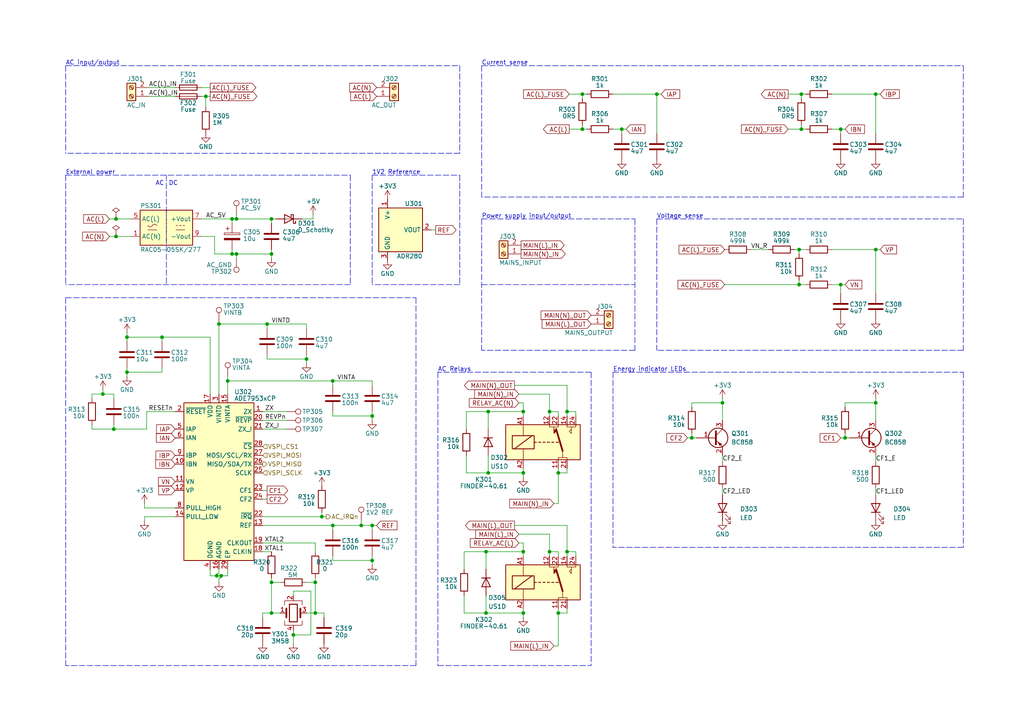
<source format=kicad_sch>
(kicad_sch (version 20211123) (generator eeschema)
  (paper "A4")
  (title_block (title "AC Input / Power Sense") (company "Achim Vandierendonck") (comment 1 "the (external) LED power supply.") (comment 2 "It will also provide the input/output of the relays to turn on/off") (comment 3 "This will provide the always on AC input and generate 5V from it."))
  (junction (at 151.765 160.02))
  (junction (at 254 27.305))
  (junction (at 245.11 127))
  (junction (at 78.74 63.5))
  (junction (at 104.775 152.4))
  (junction (at 159.385 119.38))
  (junction (at 29.845 114.3))
  (junction (at 77.47 93.98))
  (junction (at 200.66 127))
  (junction (at 107.95 120.65))
  (junction (at 151.765 137.16))
  (junction (at 209.55 116.84))
  (junction (at 151.765 177.8))
  (junction (at 33.02 124.46))
  (junction (at 168.91 37.465))
  (junction (at 164.465 119.38))
  (junction (at 232.41 27.305))
  (junction (at 168.91 27.305))
  (junction (at 88.9 104.14))
  (junction (at 190.5 27.305))
  (junction (at 85.09 184.15))
  (junction (at 33.655 63.5))
  (junction (at 36.83 107.95))
  (junction (at 93.345 149.86))
  (junction (at 141.605 137.16))
  (junction (at 91.44 168.91))
  (junction (at 36.83 97.79))
  (junction (at 78.74 177.8))
  (junction (at 91.44 177.8))
  (junction (at 161.925 177.8))
  (junction (at 141.605 119.38))
  (junction (at 59.69 27.94))
  (junction (at 33.655 68.58))
  (junction (at 64.135 167.005))
  (junction (at 243.84 37.465))
  (junction (at 68.58 63.5))
  (junction (at 161.925 137.16))
  (junction (at 254 72.39))
  (junction (at 243.84 82.55))
  (junction (at 164.465 160.02))
  (junction (at 151.765 119.38))
  (junction (at 63.5 93.98))
  (junction (at 254 116.84))
  (junction (at 140.97 160.02))
  (junction (at 78.74 73.66))
  (junction (at 107.95 152.4))
  (junction (at 159.385 160.02))
  (junction (at 66.04 110.49))
  (junction (at 96.52 110.49))
  (junction (at 107.95 162.56))
  (junction (at 67.31 63.5))
  (junction (at 140.97 177.8))
  (junction (at 232.41 37.465))
  (junction (at 231.775 82.55))
  (junction (at 231.775 72.39))
  (junction (at 78.74 168.91))
  (junction (at 46.99 97.79))
  (junction (at 68.58 73.66))
  (junction (at 180.34 37.465))
  (junction (at 96.52 152.4))
  (junction (at 67.31 73.66))
  (junction (at 62.865 167.005))
  (wire (pts (xy 26.67 114.3) (xy 29.845 114.3)))
  (wire (pts (xy 164.465 119.38) (xy 167.005 119.38)))
  (wire (pts (xy 228.6 27.305) (xy 232.41 27.305)))
  (wire (pts (xy 159.385 114.3) (xy 150.495 114.3)))
  (polyline (pts (xy 139.7 19.05) (xy 139.7 57.15)))
  (wire (pts (xy 231.775 72.39) (xy 230.505 72.39)))
  (wire (pts (xy 161.925 160.02) (xy 161.925 161.29)))
  (wire (pts (xy 109.22 152.4) (xy 107.95 152.4)))
  (wire (pts (xy 91.44 177.8) (xy 93.98 177.8)))
  (wire (pts (xy 63.5 93.218) (xy 63.5 93.98)))
  (wire (pts (xy 161.925 135.89) (xy 161.925 137.16)))
  (wire (pts (xy 85.09 182.88) (xy 85.09 184.15)))
  (wire (pts (xy 140.97 177.8) (xy 140.97 172.72)))
  (wire (pts (xy 135.255 124.46) (xy 135.255 119.38)))
  (polyline (pts (xy 133.35 44.45) (xy 19.05 44.45)))
  (wire (pts (xy 88.9 177.8) (xy 91.44 177.8)))
  (polyline (pts (xy 184.15 63.5) (xy 184.15 101.6)))
  (wire (pts (xy 59.69 27.94) (xy 60.96 27.94)))
  (wire (pts (xy 161.925 177.8) (xy 161.925 187.325)))
  (wire (pts (xy 64.135 167.005) (xy 64.135 167.64)))
  (wire (pts (xy 78.74 63.5) (xy 68.58 63.5)))
  (polyline (pts (xy 139.7 63.5) (xy 184.15 63.5)))
  (wire (pts (xy 150.495 154.94) (xy 159.385 154.94)))
  (wire (pts (xy 33.02 114.3) (xy 33.02 115.57)))
  (wire (pts (xy 93.98 177.8) (xy 93.98 179.07)))
  (wire (pts (xy 134.62 160.02) (xy 140.97 160.02)))
  (wire (pts (xy 76.2 142.24) (xy 77.47 142.24)))
  (wire (pts (xy 180.34 37.465) (xy 177.8 37.465)))
  (wire (pts (xy 228.6 37.465) (xy 232.41 37.465)))
  (wire (pts (xy 200.66 118.11) (xy 200.66 116.84)))
  (polyline (pts (xy 133.35 19.05) (xy 133.35 44.45)))
  (wire (pts (xy 78.74 167.64) (xy 78.74 168.91)))
  (wire (pts (xy 164.465 160.02) (xy 167.005 160.02)))
  (wire (pts (xy 76.2 177.8) (xy 78.74 177.8)))
  (wire (pts (xy 140.97 160.02) (xy 151.765 160.02)))
  (wire (pts (xy 151.765 176.53) (xy 151.765 177.8)))
  (wire (pts (xy 60.96 97.79) (xy 60.96 114.3)))
  (wire (pts (xy 63.5 166.37) (xy 62.865 166.37)))
  (wire (pts (xy 107.95 121.92) (xy 107.95 120.65)))
  (polyline (pts (xy 19.05 19.05) (xy 133.35 19.05)))
  (wire (pts (xy 161.925 119.38) (xy 161.925 120.65)))
  (wire (pts (xy 66.04 109.22) (xy 66.04 110.49)))
  (wire (pts (xy 77.47 104.14) (xy 77.47 102.87)))
  (polyline (pts (xy 190.5 63.5) (xy 279.4 63.5)))
  (wire (pts (xy 90.17 184.15) (xy 85.09 184.15)))
  (polyline (pts (xy 139.7 19.05) (xy 279.4 19.05)))
  (wire (pts (xy 159.385 160.02) (xy 161.925 160.02)))
  (wire (pts (xy 141.605 137.16) (xy 135.255 137.16)))
  (wire (pts (xy 62.865 166.37) (xy 62.865 167.005)))
  (wire (pts (xy 50.8 147.32) (xy 41.91 147.32)))
  (wire (pts (xy 168.91 37.465) (xy 170.18 37.465)))
  (wire (pts (xy 254 27.305) (xy 255.27 27.305)))
  (polyline (pts (xy 19.05 19.05) (xy 19.05 44.45)))
  (wire (pts (xy 67.31 73.66) (xy 67.31 72.39)))
  (wire (pts (xy 85.09 171.45) (xy 90.17 171.45)))
  (wire (pts (xy 149.225 152.4) (xy 164.465 152.4)))
  (wire (pts (xy 161.925 177.8) (xy 164.465 177.8)))
  (wire (pts (xy 254 27.305) (xy 254 38.735)))
  (wire (pts (xy 134.62 172.72) (xy 134.62 177.8)))
  (wire (pts (xy 33.655 67.945) (xy 33.655 68.58)))
  (wire (pts (xy 93.345 148.59) (xy 93.345 149.86)))
  (wire (pts (xy 36.83 109.22) (xy 36.83 107.95)))
  (wire (pts (xy 33.655 63.5) (xy 38.1 63.5)))
  (wire (pts (xy 141.605 137.16) (xy 141.605 132.08)))
  (wire (pts (xy 107.95 163.83) (xy 107.95 162.56)))
  (wire (pts (xy 76.2 149.86) (xy 93.345 149.86)))
  (wire (pts (xy 29.845 113.03) (xy 29.845 114.3)))
  (wire (pts (xy 33.02 124.46) (xy 42.545 124.46)))
  (polyline (pts (xy 139.7 63.5) (xy 139.7 101.6)))
  (polyline (pts (xy 177.8 107.95) (xy 279.4 107.95)))
  (wire (pts (xy 231.775 72.39) (xy 233.68 72.39)))
  (wire (pts (xy 107.95 152.4) (xy 104.775 152.4)))
  (wire (pts (xy 135.255 119.38) (xy 141.605 119.38)))
  (wire (pts (xy 231.775 82.55) (xy 231.775 81.28)))
  (polyline (pts (xy 19.05 86.36) (xy 19.05 193.04)))
  (wire (pts (xy 78.74 160.02) (xy 76.2 160.02)))
  (wire (pts (xy 62.865 167.005) (xy 64.135 167.005)))
  (wire (pts (xy 254 72.39) (xy 255.27 72.39)))
  (wire (pts (xy 164.465 111.76) (xy 164.465 119.38)))
  (polyline (pts (xy 190.5 63.5) (xy 190.5 101.6)))
  (wire (pts (xy 78.74 177.8) (xy 81.28 177.8)))
  (wire (pts (xy 68.58 63.5) (xy 67.31 63.5)))
  (wire (pts (xy 231.775 82.55) (xy 233.68 82.55)))
  (wire (pts (xy 63.5 165.1) (xy 63.5 166.37)))
  (wire (pts (xy 241.3 27.305) (xy 254 27.305)))
  (wire (pts (xy 68.58 73.66) (xy 78.74 73.66)))
  (wire (pts (xy 76.2 157.48) (xy 91.44 157.48)))
  (polyline (pts (xy 107.95 50.8) (xy 107.95 82.55)))
  (wire (pts (xy 33.02 124.46) (xy 33.02 123.19)))
  (wire (pts (xy 245.11 118.11) (xy 245.11 116.84)))
  (wire (pts (xy 246.38 127) (xy 245.11 127)))
  (wire (pts (xy 31.75 68.58) (xy 33.655 68.58)))
  (wire (pts (xy 85.09 184.15) (xy 85.09 186.69)))
  (wire (pts (xy 29.845 114.3) (xy 33.02 114.3)))
  (polyline (pts (xy 101.6 82.55) (xy 19.05 82.55)))
  (wire (pts (xy 243.84 37.465) (xy 241.3 37.465)))
  (wire (pts (xy 68.58 62.23) (xy 68.58 63.5)))
  (wire (pts (xy 76.2 144.78) (xy 77.47 144.78)))
  (wire (pts (xy 41.91 151.13) (xy 41.91 149.86)))
  (wire (pts (xy 96.52 152.4) (xy 76.2 152.4)))
  (wire (pts (xy 245.11 116.84) (xy 254 116.84)))
  (wire (pts (xy 36.83 97.79) (xy 36.83 99.06)))
  (wire (pts (xy 160.655 187.325) (xy 161.925 187.325)))
  (wire (pts (xy 168.91 27.305) (xy 168.91 28.575)))
  (wire (pts (xy 164.465 161.29) (xy 164.465 160.02)))
  (wire (pts (xy 165.1 37.465) (xy 168.91 37.465)))
  (wire (pts (xy 36.83 97.79) (xy 46.99 97.79)))
  (wire (pts (xy 190.5 27.305) (xy 191.77 27.305)))
  (polyline (pts (xy 120.65 86.36) (xy 120.65 193.04)))
  (wire (pts (xy 200.66 116.84) (xy 209.55 116.84)))
  (wire (pts (xy 231.775 72.39) (xy 231.775 73.66)))
  (wire (pts (xy 96.52 162.56) (xy 96.52 161.29)))
  (wire (pts (xy 67.31 64.77) (xy 67.31 63.5)))
  (wire (pts (xy 151.765 160.02) (xy 151.765 161.29)))
  (polyline (pts (xy 48.26 50.8) (xy 48.26 82.55)))
  (wire (pts (xy 243.84 38.735) (xy 243.84 37.465)))
  (wire (pts (xy 161.925 137.16) (xy 161.925 146.05)))
  (wire (pts (xy 26.67 124.46) (xy 33.02 124.46)))
  (wire (pts (xy 232.41 27.305) (xy 233.68 27.305)))
  (wire (pts (xy 59.69 27.94) (xy 59.69 31.115)))
  (wire (pts (xy 63.5 167.64) (xy 64.135 167.64)))
  (wire (pts (xy 76.2 121.92) (xy 83.185 121.92)))
  (wire (pts (xy 60.96 167.005) (xy 62.865 167.005)))
  (wire (pts (xy 96.52 152.4) (xy 96.52 153.67)))
  (polyline (pts (xy 127 107.95) (xy 127 193.04)))
  (wire (pts (xy 134.62 177.8) (xy 140.97 177.8)))
  (wire (pts (xy 31.75 63.5) (xy 33.655 63.5)))
  (wire (pts (xy 159.385 114.3) (xy 159.385 119.38)))
  (wire (pts (xy 241.3 72.39) (xy 254 72.39)))
  (wire (pts (xy 88.9 104.14) (xy 88.9 102.87)))
  (wire (pts (xy 36.83 96.52) (xy 36.83 97.79)))
  (wire (pts (xy 243.84 82.55) (xy 241.3 82.55)))
  (wire (pts (xy 134.62 165.1) (xy 134.62 160.02)))
  (polyline (pts (xy 120.65 193.04) (xy 19.05 193.04)))
  (wire (pts (xy 26.67 123.19) (xy 26.67 124.46)))
  (wire (pts (xy 180.34 38.735) (xy 180.34 37.465)))
  (wire (pts (xy 210.185 82.55) (xy 231.775 82.55)))
  (wire (pts (xy 60.96 165.1) (xy 60.96 167.005)))
  (wire (pts (xy 62.23 73.66) (xy 67.31 73.66)))
  (wire (pts (xy 36.83 107.95) (xy 46.99 107.95)))
  (wire (pts (xy 83.185 119.38) (xy 76.2 119.38)))
  (polyline (pts (xy 279.4 19.05) (xy 279.4 57.15)))
  (polyline (pts (xy 19.05 50.8) (xy 101.6 50.8)))
  (wire (pts (xy 78.74 73.66) (xy 78.74 72.39)))
  (wire (pts (xy 41.91 149.86) (xy 50.8 149.86)))
  (wire (pts (xy 66.04 165.1) (xy 66.04 167.005)))
  (polyline (pts (xy 279.4 101.6) (xy 190.5 101.6)))
  (wire (pts (xy 66.04 110.49) (xy 66.04 114.3)))
  (wire (pts (xy 91.44 157.48) (xy 91.44 160.02)))
  (wire (pts (xy 42.545 124.46) (xy 42.545 119.38)))
  (wire (pts (xy 151.765 137.16) (xy 141.605 137.16)))
  (wire (pts (xy 63.5 93.98) (xy 77.47 93.98)))
  (wire (pts (xy 77.47 104.14) (xy 88.9 104.14)))
  (wire (pts (xy 58.42 25.4) (xy 60.96 25.4)))
  (wire (pts (xy 91.44 168.91) (xy 91.44 177.8)))
  (wire (pts (xy 151.765 116.84) (xy 151.765 119.38)))
  (wire (pts (xy 190.5 27.305) (xy 190.5 38.735)))
  (wire (pts (xy 140.97 165.1) (xy 140.97 160.02)))
  (wire (pts (xy 161.925 176.53) (xy 161.925 177.8)))
  (polyline (pts (xy 184.15 101.6) (xy 139.7 101.6)))
  (wire (pts (xy 209.55 132.08) (xy 209.55 133.985)))
  (wire (pts (xy 254 141.605) (xy 254 143.51)))
  (wire (pts (xy 42.545 119.38) (xy 50.8 119.38)))
  (wire (pts (xy 63.5 93.98) (xy 63.5 114.3)))
  (wire (pts (xy 78.74 64.77) (xy 78.74 63.5)))
  (wire (pts (xy 26.67 115.57) (xy 26.67 114.3)))
  (wire (pts (xy 159.385 119.38) (xy 161.925 119.38)))
  (wire (pts (xy 96.52 120.65) (xy 96.52 119.38)))
  (wire (pts (xy 168.91 27.305) (xy 170.18 27.305)))
  (wire (pts (xy 254 132.08) (xy 254 133.985)))
  (wire (pts (xy 160.655 146.05) (xy 161.925 146.05)))
  (wire (pts (xy 77.47 93.98) (xy 77.47 95.25)))
  (wire (pts (xy 78.74 63.5) (xy 80.01 63.5)))
  (wire (pts (xy 78.74 74.93) (xy 78.74 73.66)))
  (wire (pts (xy 243.84 127) (xy 245.11 127)))
  (wire (pts (xy 161.925 137.16) (xy 164.465 137.16)))
  (wire (pts (xy 159.385 120.65) (xy 159.385 119.38)))
  (wire (pts (xy 164.465 177.8) (xy 164.465 176.53)))
  (wire (pts (xy 78.74 168.91) (xy 78.74 177.8)))
  (wire (pts (xy 151.765 138.43) (xy 151.765 137.16)))
  (wire (pts (xy 67.31 73.66) (xy 68.58 73.66)))
  (wire (pts (xy 91.44 167.64) (xy 91.44 168.91)))
  (polyline (pts (xy 133.35 50.8) (xy 133.35 82.55)))
  (wire (pts (xy 245.11 125.73) (xy 245.11 127)))
  (wire (pts (xy 243.84 85.09) (xy 243.84 82.55)))
  (wire (pts (xy 93.345 149.86) (xy 94.615 149.86)))
  (wire (pts (xy 63.5 168.91) (xy 63.5 167.64)))
  (wire (pts (xy 164.465 120.65) (xy 164.465 119.38)))
  (wire (pts (xy 151.765 119.38) (xy 141.605 119.38)))
  (wire (pts (xy 243.84 82.55) (xy 245.11 82.55)))
  (polyline (pts (xy 19.05 86.36) (xy 120.65 86.36)))
  (wire (pts (xy 135.255 137.16) (xy 135.255 132.08)))
  (wire (pts (xy 46.99 107.95) (xy 46.99 106.68)))
  (wire (pts (xy 141.605 119.38) (xy 141.605 124.46)))
  (wire (pts (xy 66.04 110.49) (xy 96.52 110.49)))
  (wire (pts (xy 164.465 137.16) (xy 164.465 135.89)))
  (wire (pts (xy 232.41 37.465) (xy 233.68 37.465)))
  (wire (pts (xy 151.765 157.48) (xy 150.495 157.48)))
  (wire (pts (xy 151.765 120.65) (xy 151.765 119.38)))
  (wire (pts (xy 254 72.39) (xy 254 85.09)))
  (wire (pts (xy 199.39 127) (xy 200.66 127)))
  (wire (pts (xy 167.005 160.02) (xy 167.005 161.29)))
  (wire (pts (xy 209.55 141.605) (xy 209.55 143.51)))
  (wire (pts (xy 151.765 177.8) (xy 140.97 177.8)))
  (wire (pts (xy 46.99 97.79) (xy 46.99 99.06)))
  (wire (pts (xy 43.18 27.94) (xy 50.8 27.94)))
  (wire (pts (xy 107.95 162.56) (xy 107.95 161.29)))
  (wire (pts (xy 168.91 36.195) (xy 168.91 37.465)))
  (polyline (pts (xy 279.4 107.95) (xy 279.4 158.75)))
  (wire (pts (xy 96.52 110.49) (xy 96.52 111.76)))
  (wire (pts (xy 165.1 27.305) (xy 168.91 27.305)))
  (wire (pts (xy 96.52 120.65) (xy 107.95 120.65)))
  (wire (pts (xy 58.42 63.5) (xy 67.31 63.5)))
  (wire (pts (xy 96.52 162.56) (xy 107.95 162.56)))
  (wire (pts (xy 90.17 171.45) (xy 90.17 184.15)))
  (polyline (pts (xy 101.6 50.8) (xy 101.6 82.55)))
  (polyline (pts (xy 177.8 107.95) (xy 177.8 158.75)))
  (wire (pts (xy 200.66 125.73) (xy 200.66 127)))
  (polyline (pts (xy 107.95 50.8) (xy 133.35 50.8)))
  (polyline (pts (xy 279.4 63.5) (xy 279.4 101.6)))
  (wire (pts (xy 159.385 154.94) (xy 159.385 160.02)))
  (wire (pts (xy 125.095 66.675) (xy 126.365 66.675)))
  (wire (pts (xy 164.465 152.4) (xy 164.465 160.02)))
  (wire (pts (xy 68.58 73.66) (xy 68.58 74.93)))
  (wire (pts (xy 243.84 37.465) (xy 245.11 37.465)))
  (wire (pts (xy 88.9 93.98) (xy 88.9 95.25)))
  (wire (pts (xy 33.655 68.58) (xy 38.1 68.58)))
  (wire (pts (xy 107.95 110.49) (xy 107.95 111.76)))
  (wire (pts (xy 151.765 157.48) (xy 151.765 160.02)))
  (wire (pts (xy 151.765 135.89) (xy 151.765 137.16)))
  (wire (pts (xy 33.655 62.865) (xy 33.655 63.5)))
  (wire (pts (xy 46.99 97.79) (xy 60.96 97.79)))
  (wire (pts (xy 96.52 110.49) (xy 107.95 110.49)))
  (wire (pts (xy 254 115.57) (xy 254 116.84)))
  (wire (pts (xy 62.23 68.58) (xy 62.23 73.66)))
  (wire (pts (xy 77.47 93.98) (xy 88.9 93.98)))
  (polyline (pts (xy 127 193.04) (xy 171.45 193.04)))
  (wire (pts (xy 107.95 120.65) (xy 107.95 119.38)))
  (wire (pts (xy 201.93 127) (xy 200.66 127)))
  (wire (pts (xy 232.41 27.305) (xy 232.41 28.575)))
  (polyline (pts (xy 171.45 107.95) (xy 127 107.95)))
  (wire (pts (xy 88.9 168.91) (xy 91.44 168.91)))
  (wire (pts (xy 104.775 151.13) (xy 104.775 152.4)))
  (polyline (pts (xy 279.4 158.75) (xy 177.8 158.75)))
  (polyline (pts (xy 171.45 107.95) (xy 171.45 193.04)))
  (polyline (pts (xy 279.4 57.15) (xy 139.7 57.15)))
  (polyline (pts (xy 139.7 82.55) (xy 184.15 82.55)))
  (wire (pts (xy 43.18 25.4) (xy 50.8 25.4)))
  (wire (pts (xy 64.135 167.005) (xy 66.04 167.005)))
  (wire (pts (xy 151.765 179.07) (xy 151.765 177.8)))
  (wire (pts (xy 107.95 152.4) (xy 107.95 153.67)))
  (wire (pts (xy 85.09 172.72) (xy 85.09 171.45)))
  (wire (pts (xy 167.005 119.38) (xy 167.005 120.65)))
  (wire (pts (xy 76.2 177.8) (xy 76.2 179.07)))
  (wire (pts (xy 150.495 116.84) (xy 151.765 116.84)))
  (wire (pts (xy 36.83 107.95) (xy 36.83 106.68)))
  (wire (pts (xy 209.55 115.57) (xy 209.55 116.84)))
  (wire (pts (xy 104.775 152.4) (xy 96.52 152.4)))
  (wire (pts (xy 232.41 36.195) (xy 232.41 37.465)))
  (wire (pts (xy 58.42 68.58) (xy 62.23 68.58)))
  (wire (pts (xy 88.9 105.41) (xy 88.9 104.14)))
  (wire (pts (xy 87.63 63.5) (xy 90.805 63.5)))
  (wire (pts (xy 177.8 27.305) (xy 190.5 27.305)))
  (wire (pts (xy 58.42 27.94) (xy 59.69 27.94)))
  (wire (pts (xy 41.91 146.05) (xy 41.91 147.32)))
  (wire (pts (xy 254 116.84) (xy 254 121.92)))
  (polyline (pts (xy 133.35 82.55) (xy 107.95 82.55)))
  (wire (pts (xy 209.55 116.84) (xy 209.55 121.92)))
  (polyline (pts (xy 19.05 50.8) (xy 19.05 82.55)))
  (wire (pts (xy 149.225 111.76) (xy 164.465 111.76)))
  (wire (pts (xy 159.385 161.29) (xy 159.385 160.02)))
  (wire (pts (xy 81.28 168.91) (xy 78.74 168.91)))
  (wire (pts (xy 76.2 124.46) (xy 83.185 124.46)))
  (wire (pts (xy 180.34 37.465) (xy 181.61 37.465)))
  (wire (pts (xy 217.805 72.39) (xy 222.885 72.39)))
  (wire (pts (xy 90.805 63.5) (xy 90.805 62.23)))
  (text "DC" (at 48.895 53.975 0) (effects (font (size 1.27 1.27)) (justify left bottom)))
  (text "AC Relays" (at 127 107.95 0) (effects (font (size 1.27 1.27)) (justify left bottom)))
  (text "Energy indicator LEDs" (at 177.8 107.95 0) (effects (font (size 1.27 1.27)) (justify left bottom)))
  (text "Power supply input/output" (at 139.7 63.5 0) (effects (font (size 1.27 1.27)) (justify left bottom)))
  (text "Voltage sense" (at 190.5 63.5 0) (effects (font (size 1.27 1.27)) (justify left bottom)))
  (text "Current sense" (at 139.7 19.05 0) (effects (font (size 1.27 1.27)) (justify left bottom)))
  (text "AC" (at 47.625 53.975 180) (effects (font (size 1.27 1.27)) (justify right bottom)))
  (text "1V2 Reference" (at 107.95 50.8 0) (effects (font (size 1.27 1.27)) (justify left bottom)))
  (text "External power" (at 19.05 50.8 0) (effects (font (size 1.27 1.27)) (justify left bottom)))
  (text "AC input/output" (at 19.05 19.05 0) (effects (font (size 1.27 1.27)) (justify left bottom)))
  (label "CF2_LED" (at 209.55 143.51 0))
  (label "CF1_LED" (at 254 143.51 0))
  (label "ZX" (at 76.835 119.38 0))
  (label "VINTD" (at 78.74 93.98 0))
  (label "ZX_I" (at 76.835 124.46 0))
  (label "AC(N)_IN" (at 43.18 27.94 0))
  (label "CF2_E" (at 209.55 133.985 0))
  (label "XTAL2" (at 76.708 157.48 0))
  (label "VN_R" (at 217.805 72.39 0))
  (label "RESETn" (at 50.165 119.38 180))
  (label "XTAL1" (at 76.708 160.02 0))
  (label "AC(L)_IN" (at 43.18 25.4 0))
  (label "REVPn" (at 76.835 121.92 0))
  (label "AC_5V" (at 59.69 63.5 0))
  (label "CF1_E" (at 254 133.985 0))
  (label "VINTA" (at 97.79 110.49 0))
  (global_label "IBP" (shape input) (at 50.8 132.08 180) (property "Intersheet References" "${INTERSHEET_REFS}" (effects hide)))
  (global_label "AC(N)_FUSE" (shape input) (at 210.185 82.55 180) (property "Intersheet References" "${INTERSHEET_REFS}" (effects hide)))
  (global_label "MAIN(N)_OUT" (shape input) (at 171.45 91.44 180) (property "Intersheet References" "${INTERSHEET_REFS}" (effects hide)))
  (global_label "MAIN(N)_IN" (shape output) (at 151.13 73.66 0) (property "Intersheet References" "${INTERSHEET_REFS}" (effects hide)))
  (global_label "AC(N)_FUSE" (shape input) (at 228.6 37.465 180) (property "Intersheet References" "${INTERSHEET_REFS}" (effects hide)))
  (global_label "IAN" (shape input) (at 50.8 127 180) (property "Intersheet References" "${INTERSHEET_REFS}" (effects hide)))
  (global_label "AC(N)_FUSE" (shape output) (at 60.96 27.94 0) (property "Intersheet References" "${INTERSHEET_REFS}" (effects hide)))
  (global_label "CF2" (shape input) (at 199.39 127 180) (property "Intersheet References" "${INTERSHEET_REFS}" (effects hide)))
  (global_label "VN" (shape input) (at 245.11 82.55 0) (property "Intersheet References" "${INTERSHEET_REFS}" (effects hide)))
  (global_label "MAIN(L)_IN" (shape output) (at 151.13 71.12 0) (property "Intersheet References" "${INTERSHEET_REFS}" (effects hide)))
  (global_label "RELAY_AC(L)" (shape input) (at 150.495 157.48 180) (property "Intersheet References" "${INTERSHEET_REFS}" (effects hide)))
  (global_label "MAIN(L)_OUT" (shape output) (at 149.225 152.4 180) (property "Intersheet References" "${INTERSHEET_REFS}" (effects hide)))
  (global_label "MAIN(L)_OUT" (shape input) (at 171.45 93.98 180) (property "Intersheet References" "${INTERSHEET_REFS}" (effects hide)))
  (global_label "CF1" (shape output) (at 77.47 142.24 0) (property "Intersheet References" "${INTERSHEET_REFS}" (effects hide)))
  (global_label "IAN" (shape input) (at 181.61 37.465 0) (property "Intersheet References" "${INTERSHEET_REFS}" (effects hide)))
  (global_label "REF" (shape input) (at 109.22 152.4 0) (property "Intersheet References" "${INTERSHEET_REFS}" (effects hide)))
  (global_label "MAIN(N)_IN" (shape input) (at 150.495 114.3 180) (property "Intersheet References" "${INTERSHEET_REFS}" (effects hide)))
  (global_label "AC(N)" (shape output) (at 228.6 27.305 180) (property "Intersheet References" "${INTERSHEET_REFS}" (effects hide)))
  (global_label "CF1" (shape input) (at 243.84 127 180) (property "Intersheet References" "${INTERSHEET_REFS}" (effects hide)))
  (global_label "IBN" (shape input) (at 245.11 37.465 0) (property "Intersheet References" "${INTERSHEET_REFS}" (effects hide)))
  (global_label "MAIN(L)_IN" (shape input) (at 160.655 187.325 180) (property "Intersheet References" "${INTERSHEET_REFS}" (effects hide)))
  (global_label "VP" (shape input) (at 50.8 142.24 180) (property "Intersheet References" "${INTERSHEET_REFS}" (effects hide)))
  (global_label "CF2" (shape output) (at 77.47 144.78 0) (property "Intersheet References" "${INTERSHEET_REFS}" (effects hide)))
  (global_label "AC(L)" (shape output) (at 165.1 37.465 180) (property "Intersheet References" "${INTERSHEET_REFS}" (effects hide)))
  (global_label "AC(L)" (shape input) (at 109.22 27.94 180) (property "Intersheet References" "${INTERSHEET_REFS}" (effects hide)))
  (global_label "RELAY_AC(N)" (shape input) (at 150.495 116.84 180) (property "Intersheet References" "${INTERSHEET_REFS}" (effects hide)))
  (global_label "AC(N)" (shape input) (at 31.75 68.58 180) (property "Intersheet References" "${INTERSHEET_REFS}" (effects hide)))
  (global_label "AC(N)" (shape input) (at 109.22 25.4 180) (property "Intersheet References" "${INTERSHEET_REFS}" (effects hide)))
  (global_label "AC(L)_FUSE" (shape output) (at 60.96 25.4 0) (property "Intersheet References" "${INTERSHEET_REFS}" (effects hide)))
  (global_label "VP" (shape input) (at 255.27 72.39 0) (property "Intersheet References" "${INTERSHEET_REFS}" (effects hide)))
  (global_label "VN" (shape input) (at 50.8 139.7 180) (property "Intersheet References" "${INTERSHEET_REFS}" (effects hide)))
  (global_label "MAIN(L)_IN" (shape input) (at 150.495 154.94 180) (property "Intersheet References" "${INTERSHEET_REFS}" (effects hide)))
  (global_label "IAP" (shape input) (at 50.8 124.46 180) (property "Intersheet References" "${INTERSHEET_REFS}" (effects hide)))
  (global_label "AC(L)" (shape input) (at 31.75 63.5 180) (property "Intersheet References" "${INTERSHEET_REFS}" (effects hide)))
  (global_label "MAIN(N)_OUT" (shape output) (at 149.225 111.76 180) (property "Intersheet References" "${INTERSHEET_REFS}" (effects hide)))
  (global_label "IBP" (shape input) (at 255.27 27.305 0) (property "Intersheet References" "${INTERSHEET_REFS}" (effects hide)))
  (global_label "AC(L)_FUSE" (shape input) (at 165.1 27.305 180) (property "Intersheet References" "${INTERSHEET_REFS}" (effects hide)))
  (global_label "AC(L)_FUSE" (shape input) (at 210.185 72.39 180) (property "Intersheet References" "${INTERSHEET_REFS}" (effects hide)))
  (global_label "IAP" (shape input) (at 191.77 27.305 0) (property "Intersheet References" "${INTERSHEET_REFS}" (effects hide)))
  (global_label "MAIN(N)_IN" (shape input) (at 160.655 146.05 180) (property "Intersheet References" "${INTERSHEET_REFS}" (effects hide)))
  (global_label "IBN" (shape input) (at 50.8 134.62 180) (property "Intersheet References" "${INTERSHEET_REFS}" (effects hide)))
  (global_label "REF" (shape output) (at 126.365 66.675 0) (property "Intersheet References" "${INTERSHEET_REFS}" (effects hide)))
  (hierarchical_label "VSPI_MOSI" (shape input) (at 76.2 132.08 0))
  (hierarchical_label "VSPI_SCLK" (shape input) (at 76.2 137.16 0))
  (hierarchical_label "AC_IRQn" (shape output) (at 94.615 149.86 0))
  (hierarchical_label "VSPI_CS1" (shape input) (at 76.2 129.54 0))
  (hierarchical_label "VSPI_MISO" (shape output) (at 76.2 134.62 0))
  (symbol (lib_id "Device:R") (at 85.09 168.91 270) (unit 1)
    (property "Reference" "R322" (at 86.36 164.846 90) (effects (justify right)))
    (property "Value" "5M" (at 86.36 166.7509 90) (effects (justify right)))
    (property "Footprint" "Resistor_SMD:R_0402_1005Metric" (effects hide))
  )
  (symbol (lib_id "Device:C") (at 107.95 115.57 0) (unit 1)
    (property "Reference" "C314" (at 110.49 114.935 0) (effects (justify left)))
    (property "Value" "4u7" (at 110.49 116.8399 0) (effects (justify left)))
    (property "Footprint" "Capacitor_SMD:C_0402_1005Metric" (effects hide))
  )
  (symbol (lib_id "Connector:Screw_Terminal_01x02") (at 38.1 27.94 180) (unit 1)
    (property "Reference" "J301" (at 36.83 22.86 0) (effects (justify right)))
    (property "Value" "AC_IN" (at 36.83 30.48 0) (effects (justify right)))
    (property "Footprint" "TerminalBlock_Phoenix:TerminalBlock_Phoenix_MKDS-1,5-2-5.08_1x02_P5.08mm_Horizontal" (effects hide))
  )
  (symbol (lib_id "Device:LED") (at 209.55 147.32 90) (unit 1)
    (property "Reference" "D303" (at 214.63 147.6374 90) (effects (justify right)))
    (property "Value" "LED" (at 214.63 150.1774 90) (effects (justify right)))
    (property "Footprint" "LED_SMD:LED_0603_1608Metric_Pad1.05x0.95mm_HandSolder" (effects hide))
  )
  (symbol (lib_id "Device:LED") (at 254 147.32 90) (unit 1)
    (property "Reference" "D304" (at 259.08 147.6374 90) (effects (justify right)))
    (property "Value" "LED" (at 259.08 150.1774 90) (effects (justify right)))
    (property "Footprint" "LED_SMD:LED_0603_1608Metric_Pad1.05x0.95mm_HandSolder" (effects hide))
  )
  (symbol (lib_id "power:GND") (at 41.91 151.13 0) (unit 1)
    (property "Reference" "#PWR0322" (effects hide))
    (property "Value" "GND" (at 41.91 154.94 0))
  )
  (symbol (lib_id "Device:R") (at 237.49 27.305 90) (unit 1)
    (property "Reference" "R302" (at 237.49 22.86 90))
    (property "Value" "1k" (at 237.49 24.765 90))
    (property "Footprint" "Resistor_SMD:R_0402_1005Metric" (effects hide))
  )
  (symbol (lib_id "power:GND") (at 254 92.71 0) (unit 1)
    (property "Reference" "#PWR0311" (effects hide))
    (property "Value" "GND" (at 254 96.52 0))
  )
  (symbol (lib_id "Diode:US1D") (at 140.97 168.91 270) (unit 1)
    (property "Reference" "D305" (at 141.605 173.355 90) (effects (justify left)))
    (property "Value" "US1D" (at 141.605 175.895 90) (effects (justify left)))
    (property "Footprint" "Diode_SMD:D_SMA" (effects hide))
    (property "Datasheet" "https://www.diodes.com/assets/Datasheets/ds16008.pdf" (effects hide))
  )
  (symbol (lib_id "Device:C") (at 96.52 115.57 0) (unit 1)
    (property "Reference" "C313" (at 99.06 114.935 0) (effects (justify left)))
    (property "Value" "100n" (at 99.06 116.8399 0) (effects (justify left)))
    (property "Footprint" "Capacitor_SMD:C_0402_1005Metric" (effects hide))
  )
  (symbol (lib_id "Device:C") (at 93.98 182.88 0) (unit 1)
    (property "Reference" "C319" (at 97.155 182.245 0) (effects (justify left)))
    (property "Value" "20p" (at 97.155 184.15 0) (effects (justify left)))
    (property "Footprint" "Capacitor_SMD:C_0402_1005Metric" (effects hide))
  )
  (symbol (lib_id "power:+3V3") (at 254 115.57 0) (unit 1)
    (property "Reference" "#PWR0317" (effects hide))
    (property "Value" "+3V3" (at 254 111.76 0))
  )
  (symbol (lib_id "Connector:TestPoint") (at 104.775 151.13 0) (unit 1)
    (property "Reference" "TP308" (at 106.045 146.685 0) (effects (justify left)))
    (property "Value" "1V2 REF" (at 106.045 148.59 0) (effects (justify left)))
    (property "Footprint" "TestPoint:TestPoint_Pad_D2.0mm" (effects hide))
  )
  (symbol (lib_id "Device:R") (at 134.62 168.91 0) (mirror x) (unit 1)
    (property "Reference" "R323" (at 132.715 168.275 0) (effects (justify right)))
    (property "Value" "10k" (at 132.715 170.18 0) (effects (justify right)))
    (property "Footprint" "Resistor_SMD:R_0402_1005Metric" (effects hide))
  )
  (symbol (lib_id "Device:R") (at 237.49 82.55 90) (unit 1)
    (property "Reference" "R312" (at 237.49 78.105 90))
    (property "Value" "1k" (at 237.49 80.01 90))
    (property "Footprint" "Resistor_SMD:R_0402_1005Metric" (effects hide))
  )
  (symbol (lib_id "power:GND") (at 254 46.355 0) (unit 1)
    (property "Reference" "#PWR0305" (effects hide))
    (property "Value" "GND" (at 254 50.165 0))
  )
  (symbol (lib_id "power:PWR_FLAG") (at 33.655 67.945 0) (unit 1)
    (property "Reference" "#FLG0302" (effects hide))
    (property "Value" "PWR_FLAG" (effects hide))
  )
  (symbol (lib_id "power:GND") (at 63.5 168.91 0) (unit 1)
    (property "Reference" "#PWR0326" (effects hide))
    (property "Value" "GND" (at 63.5 172.72 0))
  )
  (symbol (lib_id "Device:C") (at 36.83 102.87 0) (unit 1)
    (property "Reference" "C311" (at 39.37 102.235 0) (effects (justify left)))
    (property "Value" "10u" (at 39.37 104.1399 0) (effects (justify left)))
    (property "Footprint" "Capacitor_SMD:C_0402_1005Metric" (effects hide))
  )
  (symbol (lib_id "Device:R") (at 168.91 32.385 0) (mirror x) (unit 1)
    (property "Reference" "R303" (at 167.005 31.7501 0) (effects (justify right)))
    (property "Value" "0R5" (at 167.005 33.655 0) (effects (justify right)))
    (property "Footprint" "Resistor_SMD:R_2512_6332Metric" (effects hide))
  )
  (symbol (lib_id "Connector:TestPoint") (at 66.04 109.22 0) (unit 1)
    (property "Reference" "TP304" (at 67.31 104.775 0) (effects (justify left)))
    (property "Value" "VINTA" (at 67.31 106.68 0) (effects (justify left)))
    (property "Footprint" "TestPoint:TestPoint_Pad_D2.0mm" (effects hide))
  )
  (symbol (lib_id "Connector:Screw_Terminal_01x02") (at 114.3 27.94 0) (mirror x) (unit 1)
    (property "Reference" "J302" (at 115.57 22.86 0) (effects (justify right)))
    (property "Value" "AC_OUT" (at 114.935 30.48 0) (effects (justify right)))
    (property "Footprint" "TerminalBlock_Phoenix:TerminalBlock_Phoenix_MKDS-1,5-2-5.08_1x02_P5.08mm_Horizontal" (effects hide))
  )
  (symbol (lib_id "power:GND") (at 85.09 186.69 0) (unit 1)
    (property "Reference" "#PWR0329" (effects hide))
    (property "Value" "GND" (at 85.09 190.5 0))
  )
  (symbol (lib_id "Device:R") (at 59.69 34.925 0) (unit 1)
    (property "Reference" "R305" (at 61.595 33.655 0) (effects (justify left)))
    (property "Value" "1M" (at 61.595 35.56 0) (effects (justify left)))
    (property "Footprint" "Resistor_SMD:R_0805_2012Metric" (effects hide))
  )
  (symbol (lib_id "lumos:FINDER-40.61") (at 161.925 168.91 0) (unit 1)
    (property "Reference" "K302" (at 140.335 179.705 0))
    (property "Value" "FINDER-40.61" (at 140.335 181.61 0))
    (property "Footprint" "Relay_THT:Relay_DPDT_Finder_40.52" (effects hide))
    (property "Datasheet" "http://gfinder.findernet.com/assets/Series/353/S40EN.pdf" (effects hide))
  )
  (symbol (lib_id "power:GND") (at 243.84 46.355 0) (unit 1)
    (property "Reference" "#PWR0304" (effects hide))
    (property "Value" "GND" (at 243.84 50.165 0))
  )
  (symbol (lib_id "Device:C") (at 107.95 157.48 0) (unit 1)
    (property "Reference" "C317" (at 110.49 156.845 0) (effects (justify left)))
    (property "Value" "4u7" (at 110.49 158.7499 0) (effects (justify left)))
    (property "Footprint" "Capacitor_SMD:C_0402_1005Metric" (effects hide))
  )
  (symbol (lib_id "Device:C") (at 96.52 157.48 0) (unit 1)
    (property "Reference" "C316" (at 99.06 156.845 0) (effects (justify left)))
    (property "Value" "100n" (at 99.06 158.7499 0) (effects (justify left)))
    (property "Footprint" "Capacitor_SMD:C_0402_1005Metric" (effects hide))
  )
  (symbol (lib_id "power:GND") (at 78.74 74.93 0) (unit 1)
    (property "Reference" "#PWR0308" (effects hide))
    (property "Value" "GND" (at 78.74 78.74 0))
  )
  (symbol (lib_id "Device:R") (at 231.775 77.47 0) (mirror x) (unit 1)
    (property "Reference" "R311" (at 229.87 76.8351 0) (effects (justify right)))
    (property "Value" "10k" (at 229.87 78.74 0) (effects (justify right)))
    (property "Footprint" "Resistor_SMD:R_0805_2012Metric" (effects hide))
  )
  (symbol (lib_id "lumos:FINDER-40.61") (at 161.925 128.27 0) (unit 1)
    (property "Reference" "K301" (at 140.335 139.065 0))
    (property "Value" "FINDER-40.61" (at 140.335 140.97 0))
    (property "Footprint" "Relay_THT:Relay_DPDT_Finder_40.52" (effects hide))
    (property "Datasheet" "http://gfinder.findernet.com/assets/Series/353/S40EN.pdf" (effects hide))
  )
  (symbol (lib_id "Device:R") (at 200.66 121.92 0) (mirror x) (unit 1)
    (property "Reference" "R314" (at 198.755 121.2851 0) (effects (justify right)))
    (property "Value" "10k" (at 198.755 123.19 0) (effects (justify right)))
    (property "Footprint" "Resistor_SMD:R_0402_1005Metric" (effects hide))
  )
  (symbol (lib_id "power:PWR_FLAG") (at 33.655 62.865 0) (unit 1)
    (property "Reference" "#FLG0301" (effects hide))
    (property "Value" "PWR_FLAG" (effects hide))
  )
  (symbol (lib_id "Device:C") (at 46.99 102.87 0) (unit 1)
    (property "Reference" "C312" (at 49.53 102.235 0) (effects (justify left)))
    (property "Value" "100n" (at 49.53 104.1399 0) (effects (justify left)))
    (property "Footprint" "Capacitor_SMD:C_0402_1005Metric" (effects hide))
  )
  (symbol (lib_id "Device:R") (at 91.44 163.83 0) (mirror y) (unit 1)
    (property "Reference" "R321" (at 94.234 163.068 0))
    (property "Value" "0" (at 94.234 164.973 0))
    (property "Footprint" "Resistor_SMD:R_0402_1005Metric" (effects hide))
  )
  (symbol (lib_id "power:GND") (at 88.9 105.41 0) (unit 1)
    (property "Reference" "#PWR0313" (effects hide))
    (property "Value" "GND" (at 88.9 109.22 0))
  )
  (symbol (lib_id "power:+3V3") (at 209.55 115.57 0) (unit 1)
    (property "Reference" "#PWR0316" (effects hide))
    (property "Value" "+3V3" (at 209.55 111.76 0))
  )
  (symbol (lib_id "power:GND") (at 112.395 75.565 0) (unit 1)
    (property "Reference" "#PWR0309" (effects hide))
    (property "Value" "GND" (at 112.395 79.375 0))
  )
  (symbol (lib_id "Connector:TestPoint") (at 63.5 93.218 0) (unit 1)
    (property "Reference" "TP303" (at 64.77 88.773 0) (effects (justify left)))
    (property "Value" "VINTB" (at 64.77 90.678 0) (effects (justify left)))
    (property "Footprint" "TestPoint:TestPoint_Pad_D2.0mm" (effects hide))
  )
  (symbol (lib_id "Device:R") (at 226.695 72.39 90) (unit 1)
    (property "Reference" "R309" (at 226.695 67.945 90))
    (property "Value" "499k" (at 226.695 69.85 90))
    (property "Footprint" "Resistor_SMD:R_0805_2012Metric" (effects hide))
  )
  (symbol (lib_id "Device:R") (at 245.11 121.92 0) (mirror x) (unit 1)
    (property "Reference" "R315" (at 243.205 121.2851 0) (effects (justify right)))
    (property "Value" "10k" (at 243.205 123.19 0) (effects (justify right)))
    (property "Footprint" "Resistor_SMD:R_0402_1005Metric" (effects hide))
  )
  (symbol (lib_id "Device:C") (at 76.2 182.88 0) (mirror x) (unit 1)
    (property "Reference" "C318" (at 73.66 182.2449 0) (effects (justify right)))
    (property "Value" "20p" (at 73.66 184.1499 0) (effects (justify right)))
    (property "Footprint" "Capacitor_SMD:C_0402_1005Metric" (effects hide))
  )
  (symbol (lib_id "Device:C") (at 88.9 99.06 0) (unit 1)
    (property "Reference" "C310" (at 91.44 98.425 0) (effects (justify left)))
    (property "Value" "4u7" (at 91.44 100.3299 0) (effects (justify left)))
    (property "Footprint" "Capacitor_SMD:C_0402_1005Metric" (effects hide))
  )
  (symbol (lib_id "Device:C") (at 33.02 119.38 0) (unit 1)
    (property "Reference" "C315" (at 35.56 118.745 0) (effects (justify left)))
    (property "Value" "100n" (at 35.56 120.6499 0) (effects (justify left)))
    (property "Footprint" "Capacitor_SMD:C_0402_1005Metric" (effects hide))
  )
  (symbol (lib_id "Device:R") (at 254 137.795 0) (mirror x) (unit 1)
    (property "Reference" "R318" (at 252.095 137.1601 0) (effects (justify right)))
    (property "Value" "500" (at 252.095 139.065 0) (effects (justify right)))
    (property "Footprint" "Resistor_SMD:R_0402_1005Metric" (effects hide))
  )
  (symbol (lib_id "power:+3V3") (at 29.845 113.03 0) (unit 1)
    (property "Reference" "#PWR0315" (effects hide))
    (property "Value" "+3V3" (at 29.845 109.22 0))
  )
  (symbol (lib_id "Connector:TestPoint") (at 83.185 121.92 270) (unit 1)
    (property "Reference" "TP306" (at 87.63 121.92 90) (effects (justify left)))
    (property "Value" "REVPn" (effects hide))
    (property "Footprint" "TestPoint:TestPoint_Pad_D2.0mm" (effects hide))
  )
  (symbol (lib_id "power:+3V3") (at 36.83 96.52 0) (unit 1)
    (property "Reference" "#PWR0312" (effects hide))
    (property "Value" "+3V3" (at 36.83 92.71 0))
  )
  (symbol (lib_id "Device:D_Schottky") (at 83.82 63.5 180) (unit 1)
    (property "Reference" "D301" (at 86.36 64.77 0) (effects (justify right)))
    (property "Value" "D_Schottky" (at 86.36 66.675 0) (effects (justify right)))
    (property "Footprint" "Diode_SMD:D_SOD-523" (effects hide))
  )
  (symbol (lib_id "Connector:TestPoint") (at 68.58 62.23 0) (unit 1)
    (property "Reference" "TP301" (at 69.85 58.42 0) (effects (justify left)))
    (property "Value" "AC_5V" (at 69.85 60.325 0) (effects (justify left)))
    (property "Footprint" "TestPoint:TestPoint_Pad_D2.0mm" (effects hide))
  )
  (symbol (lib_id "power:GND") (at 107.95 121.92 0) (unit 1)
    (property "Reference" "#PWR0318" (effects hide))
    (property "Value" "GND" (at 107.95 125.73 0))
  )
  (symbol (lib_id "power:+3V3") (at 112.395 57.785 0) (unit 1)
    (property "Reference" "#PWR0306" (effects hide))
    (property "Value" "+3V3" (at 112.395 53.975 0))
  )
  (symbol (lib_id "Device:R") (at 209.55 137.795 0) (mirror x) (unit 1)
    (property "Reference" "R317" (at 207.645 137.1601 0) (effects (justify right)))
    (property "Value" "500" (at 207.645 139.065 0) (effects (justify right)))
    (property "Footprint" "Resistor_SMD:R_0402_1005Metric" (effects hide))
  )
  (symbol (lib_id "Device:R") (at 26.67 119.38 0) (mirror x) (unit 1)
    (property "Reference" "R313" (at 24.765 118.7451 0) (effects (justify right)))
    (property "Value" "10k" (at 24.765 120.65 0) (effects (justify right)))
    (property "Footprint" "Resistor_SMD:R_0402_1005Metric" (effects hide))
  )
  (symbol (lib_id "Device:R") (at 173.99 37.465 90) (unit 1)
    (property "Reference" "R306" (at 173.99 33.02 90))
    (property "Value" "1k" (at 173.99 34.925 90))
    (property "Footprint" "Resistor_SMD:R_0402_1005Metric" (effects hide))
  )
  (symbol (lib_id "Connector:TestPoint") (at 83.185 124.46 270) (unit 1)
    (property "Reference" "TP307" (at 87.63 124.46 90) (effects (justify left)))
    (property "Value" "ZX_I" (effects hide))
    (property "Footprint" "TestPoint:TestPoint_Pad_D2.0mm" (effects hide))
  )
  (symbol (lib_id "Connector:Screw_Terminal_01x02") (at 176.53 93.98 0) (mirror x) (unit 1)
    (property "Reference" "J304" (at 177.8 88.9 0) (effects (justify right)))
    (property "Value" "MAINS_OUTPUT" (at 177.8 96.52 0) (effects (justify right)))
    (property "Footprint" "TerminalBlock_Phoenix:TerminalBlock_Phoenix_MKDS-1,5-2-5.08_1x02_P5.08mm_Horizontal" (effects hide))
  )
  (symbol (lib_id "power:GND") (at 190.5 46.355 0) (unit 1)
    (property "Reference" "#PWR0303" (effects hide))
    (property "Value" "GND" (at 190.5 50.165 0))
  )
  (symbol (lib_id "power:GND") (at 93.98 186.69 0) (unit 1)
    (property "Reference" "#PWR0330" (effects hide))
    (property "Value" "GND" (at 93.98 190.5 0))
  )
  (symbol (lib_id "Device:Fuse") (at 54.61 25.4 90) (unit 1)
    (property "Reference" "F301" (at 54.61 21.59 90))
    (property "Value" "Fuse" (at 54.61 23.495 90))
    (property "Footprint" "Fuse:Fuseholder_Cylinder-5x20mm_Schurter_0031_8201_Horizontal_Open" (effects hide))
  )
  (symbol (lib_id "Device:C") (at 243.84 88.9 0) (unit 1)
    (property "Reference" "C307" (at 246.38 88.265 0) (effects (justify left)))
    (property "Value" "4u7" (at 246.38 90.17 0) (effects (justify left)))
    (property "Footprint" "Capacitor_SMD:C_0402_1005Metric" (effects hide))
  )
  (symbol (lib_id "Device:C") (at 190.5 42.545 0) (unit 1)
    (property "Reference" "C302" (at 193.04 41.91 0) (effects (justify left)))
    (property "Value" "4u7" (at 193.04 43.815 0) (effects (justify left)))
    (property "Footprint" "Capacitor_SMD:C_0402_1005Metric" (effects hide))
  )
  (symbol (lib_id "Device:Fuse") (at 54.61 27.94 90) (unit 1)
    (property "Reference" "F302" (at 54.61 29.845 90))
    (property "Value" "Fuse" (at 54.61 31.75 90))
    (property "Footprint" "Fuse:Fuseholder_Cylinder-5x20mm_Schurter_0031_8201_Horizontal_Open" (effects hide))
  )
  (symbol (lib_id "power:GND") (at 107.95 163.83 0) (unit 1)
    (property "Reference" "#PWR0325" (effects hide))
    (property "Value" "GND" (at 107.95 167.64 0))
  )
  (symbol (lib_id "Connector:TestPoint") (at 68.58 74.93 180) (unit 1)
    (property "Reference" "TP302" (at 67.31 78.74 0) (effects (justify left)))
    (property "Value" "AC_GND" (at 67.31 76.835 0) (effects (justify left)))
    (property "Footprint" "TestPoint:TestPoint_Pad_D2.0mm" (effects hide))
  )
  (symbol (lib_id "Device:R") (at 213.995 72.39 90) (unit 1)
    (property "Reference" "R308" (at 213.995 67.945 90))
    (property "Value" "499k" (at 213.995 69.85 90))
    (property "Footprint" "Resistor_SMD:R_0805_2012Metric" (effects hide))
  )
  (symbol (lib_id "Device:C") (at 254 42.545 0) (unit 1)
    (property "Reference" "C304" (at 256.54 41.91 0) (effects (justify left)))
    (property "Value" "4u7" (at 256.54 43.815 0) (effects (justify left)))
    (property "Footprint" "Capacitor_SMD:C_0402_1005Metric" (effects hide))
  )
  (symbol (lib_id "Device:R") (at 78.74 163.83 0) (unit 1)
    (property "Reference" "R320" (at 75.946 163.068 0))
    (property "Value" "0" (at 75.946 164.973 0))
    (property "Footprint" "Resistor_SMD:R_0402_1005Metric" (effects hide))
  )
  (symbol (lib_id "Device:C") (at 254 88.9 0) (unit 1)
    (property "Reference" "C308" (at 256.54 88.265 0) (effects (justify left)))
    (property "Value" "4u7" (at 256.54 90.17 0) (effects (justify left)))
    (property "Footprint" "Capacitor_SMD:C_0402_1005Metric" (effects hide))
  )
  (symbol (lib_id "Device:R") (at 237.49 37.465 90) (unit 1)
    (property "Reference" "R307" (at 237.49 33.02 90))
    (property "Value" "1k" (at 237.49 34.925 90))
    (property "Footprint" "Resistor_SMD:R_0402_1005Metric" (effects hide))
  )
  (symbol (lib_id "power:GND") (at 36.83 109.22 0) (unit 1)
    (property "Reference" "#PWR0314" (effects hide))
    (property "Value" "GND" (at 36.83 113.03 0))
  )
  (symbol (lib_id "Transistor_BJT:BC858") (at 207.01 127 0) (unit 1)
    (property "Reference" "Q301" (at 212.09 125.7299 0) (effects (justify left)))
    (property "Value" "BC858" (at 212.09 128.2699 0) (effects (justify left)))
    (property "Footprint" "Package_TO_SOT_SMD:SOT-23" (effects hide))
    (property "Datasheet" "https://www.onsemi.com/pub/Collateral/BC860-D.pdf" (effects hide))
  )
  (symbol (lib_id "Diode:US1D") (at 141.605 128.27 270) (unit 1)
    (property "Reference" "D302" (at 142.24 132.715 90) (effects (justify left)))
    (property "Value" "US1D" (at 142.24 135.255 90) (effects (justify left)))
    (property "Footprint" "Diode_SMD:D_SMA" (effects hide))
    (property "Datasheet" "https://www.diodes.com/assets/Datasheets/ds16008.pdf" (effects hide))
  )
  (symbol (lib_id "Device:C_Polarized") (at 67.31 68.58 0) (unit 1)
    (property "Reference" "C305" (at 70.485 67.31 0) (effects (justify left)))
    (property "Value" "10u" (at 70.485 69.215 0) (effects (justify left)))
    (property "Footprint" "Capacitor_SMD:C_0402_1005Metric" (effects hide))
  )
  (symbol (lib_id "power:GND") (at 151.765 138.43 0) (unit 1)
    (property "Reference" "#PWR0319" (effects hide))
    (property "Value" "GND" (at 151.765 142.24 0))
  )
  (symbol (lib_id "Device:R") (at 237.49 72.39 90) (unit 1)
    (property "Reference" "R310" (at 237.49 67.945 90))
    (property "Value" "1k" (at 237.49 69.85 90))
    (property "Footprint" "Resistor_SMD:R_0402_1005Metric" (effects hide))
  )
  (symbol (lib_id "Connector:TestPoint") (at 83.185 119.38 270) (unit 1)
    (property "Reference" "TP305" (at 87.63 119.38 90) (effects (justify left)))
    (property "Value" "ZX" (effects hide))
    (property "Footprint" "TestPoint:TestPoint_Pad_D2.0mm" (effects hide))
  )
  (symbol (lib_id "power:GND") (at 59.69 38.735 0) (unit 1)
    (property "Reference" "#PWR0301" (effects hide))
    (property "Value" "GND" (at 59.69 42.545 0))
  )
  (symbol (lib_id "power:GND") (at 209.55 151.13 0) (unit 1)
    (property "Reference" "#PWR0323" (effects hide))
    (property "Value" "GND" (at 209.55 154.94 0))
  )
  (symbol (lib_id "power:GND") (at 254 151.13 0) (unit 1)
    (property "Reference" "#PWR0324" (effects hide))
    (property "Value" "GND" (at 254 154.94 0))
  )
  (symbol (lib_id "Connector:Screw_Terminal_01x02") (at 146.05 73.66 180) (unit 1)
    (property "Reference" "J303" (at 144.78 68.58 0) (effects (justify right)))
    (property "Value" "MAINS_INPUT" (at 144.78 76.2 0) (effects (justify right)))
    (property "Footprint" "TerminalBlock_Phoenix:TerminalBlock_Phoenix_MKDS-1,5-2-5.08_1x02_P5.08mm_Horizontal" (effects hide))
  )
  (symbol (lib_id "power:GND") (at 180.34 46.355 0) (unit 1)
    (property "Reference" "#PWR0302" (effects hide))
    (property "Value" "GND" (at 180.34 50.165 0))
  )
  (symbol (lib_id "power:+3V3") (at 93.345 140.97 0) (unit 1)
    (property "Reference" "#PWR0320" (effects hide))
    (property "Value" "+3V3" (at 93.345 137.16 0))
  )
  (symbol (lib_id "power:GND") (at 76.2 186.69 0) (unit 1)
    (property "Reference" "#PWR0328" (effects hide))
    (property "Value" "GND" (at 76.2 190.5 0))
  )
  (symbol (lib_id "lumos:ADR280") (at 116.205 66.675 0) (unit 1)
    (property "Reference" "U301" (at 122.555 59.055 0) (effects (justify right)))
    (property "Value" "ADR280" (at 122.555 74.295 0) (effects (justify right)))
    (property "Footprint" "Package_TO_SOT_SMD:SOT-23" (effects hide))
    (property "JLCPCB Part" "C2156560" (effects hide))
  )
  (symbol (lib_id "Transistor_BJT:BC858") (at 251.46 127 0) (unit 1)
    (property "Reference" "Q302" (at 256.54 125.7299 0) (effects (justify left)))
    (property "Value" "BC858" (at 256.54 128.2699 0) (effects (justify left)))
    (property "Footprint" "Package_TO_SOT_SMD:SOT-23" (effects hide))
    (property "Datasheet" "https://www.onsemi.com/pub/Collateral/BC860-D.pdf" (effects hide))
  )
  (symbol (lib_id "Device:R") (at 135.255 128.27 0) (mirror x) (unit 1)
    (property "Reference" "R316" (at 133.35 127.635 0) (effects (justify right)))
    (property "Value" "10k" (at 133.35 129.54 0) (effects (justify right)))
    (property "Footprint" "Resistor_SMD:R_0402_1005Metric" (effects hide))
  )
  (symbol (lib_id "lumos:RAC05-05SK{slash}277") (at 48.26 66.04 0) (unit 1)
    (property "Reference" "PS301" (at 40.64 59.69 0) (effects (justify left)))
    (property "Value" "RAC05-05SK/277" (at 40.64 72.39 0) (effects (justify left)))
    (property "Footprint" "lumos:RECOM_RAC05-xxSK-277" (effects hide))
    (property "Datasheet" "https://g.recomcdn.com/media/Datasheet/pdf/.f0RqFmCX/.t4d3a794a0b6c5ccab793/Datasheet-135/RAC05-K_277.pdf" (effects hide))
  )
  (symbol (lib_id "power:GND") (at 243.84 92.71 0) (unit 1)
    (property "Reference" "#PWR0310" (effects hide))
    (property "Value" "GND" (at 243.84 96.52 0))
  )
  (symbol (lib_id "Sensor:ADE7953xCP") (at 63.5 139.7 0) (unit 1)
    (property "Reference" "U302" (at 67.945 113.665 0) (effects (justify left)))
    (property "Value" "ADE7953xCP" (at 67.945 115.57 0) (effects (justify left)))
    (property "Footprint" "Package_CSP:LFCSP-28-1EP_5x5mm_P0.5mm_EP3.14x3.14mm" (effects hide))
    (property "Datasheet" "https://www.analog.com/media/en/technical-documentation/data-sheets/ADE7953.pdf" (effects hide))
    (property "JLCPCB Part" "C515890" (effects hide))
  )
  (symbol (lib_id "Device:C") (at 180.34 42.545 0) (unit 1)
    (property "Reference" "C301" (at 182.88 41.91 0) (effects (justify left)))
    (property "Value" "4u7" (at 182.88 43.815 0) (effects (justify left)))
    (property "Footprint" "Capacitor_SMD:C_0402_1005Metric" (effects hide))
  )
  (symbol (lib_id "Device:R") (at 93.345 144.78 0) (mirror x) (unit 1)
    (property "Reference" "R319" (at 91.44 144.1451 0) (effects (justify right)))
    (property "Value" "10k" (at 91.44 146.05 0) (effects (justify right)))
    (property "Footprint" "Resistor_SMD:R_0402_1005Metric" (effects hide))
  )
  (symbol (lib_id "power:+5V") (at 90.805 62.23 0) (unit 1)
    (property "Reference" "#PWR0307" (effects hide))
    (property "Value" "+5V" (at 90.805 58.42 0))
  )
  (symbol (lib_id "Device:C") (at 78.74 68.58 0) (unit 1)
    (property "Reference" "C306" (at 81.915 67.31 0) (effects (justify left)))
    (property "Value" "4u7" (at 81.915 69.215 0) (effects (justify left)))
    (property "Footprint" "Capacitor_SMD:C_0402_1005Metric" (effects hide))
  )
  (symbol (lib_id "Device:Crystal_GND24") (at 85.09 177.8 0) (unit 1)
    (property "Reference" "Y301" (at 81.28 183.896 0))
    (property "Value" "3M58" (at 81.28 185.928 0))
    (property "Footprint" "lumos:Crystal_SMD_5032-4Pin_5.0x3.2mm" (effects hide))
  )
  (symbol (lib_id "power:+3V3") (at 41.91 146.05 0) (unit 1)
    (property "Reference" "#PWR0321" (effects hide))
    (property "Value" "+3V3" (at 41.91 142.24 0))
  )
  (symbol (lib_id "Device:R") (at 173.99 27.305 90) (unit 1)
    (property "Reference" "R301" (at 173.99 22.86 90))
    (property "Value" "1k" (at 173.99 24.765 90))
    (property "Footprint" "Resistor_SMD:R_0402_1005Metric" (effects hide))
  )
  (symbol (lib_id "Device:R") (at 232.41 32.385 0) (mirror x) (unit 1)
    (property "Reference" "R304" (at 230.505 31.7501 0) (effects (justify right)))
    (property "Value" "0R5" (at 230.505 33.655 0) (effects (justify right)))
    (property "Footprint" "Resistor_SMD:R_2512_6332Metric" (effects hide))
  )
  (symbol (lib_id "Device:C") (at 243.84 42.545 0) (unit 1)
    (property "Reference" "C303" (at 246.38 41.91 0) (effects (justify left)))
    (property "Value" "4u7" (at 246.38 43.815 0) (effects (justify left)))
    (property "Footprint" "Capacitor_SMD:C_0402_1005Metric" (effects hide))
  )
  (symbol (lib_id "Device:C") (at 77.47 99.06 0) (unit 1)
    (property "Reference" "C309" (at 80.01 98.425 0) (effects (justify left)))
    (property "Value" "100n" (at 80.01 100.3299 0) (effects (justify left)))
    (property "Footprint" "Capacitor_SMD:C_0402_1005Metric" (effects hide))
  )
  (symbol (lib_id "power:GND") (at 151.765 179.07 0) (unit 1)
    (property "Reference" "#PWR0327" (effects hide))
    (property "Value" "GND" (at 151.765 182.88 0))
  )
)
</source>
